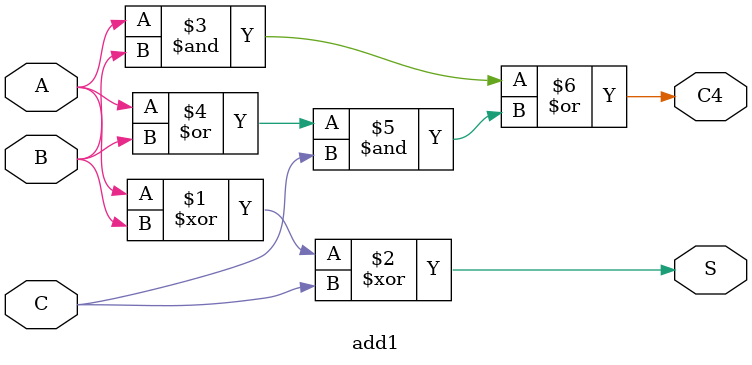
<source format=v>
module add1(
	input A ,
	input B ,
	input C ,
	output S ,
	output C4
);
	assign S = A ^ B ^ C;
	assign C4 = (A & B) | ((A | B) & C);

endmodule

</source>
